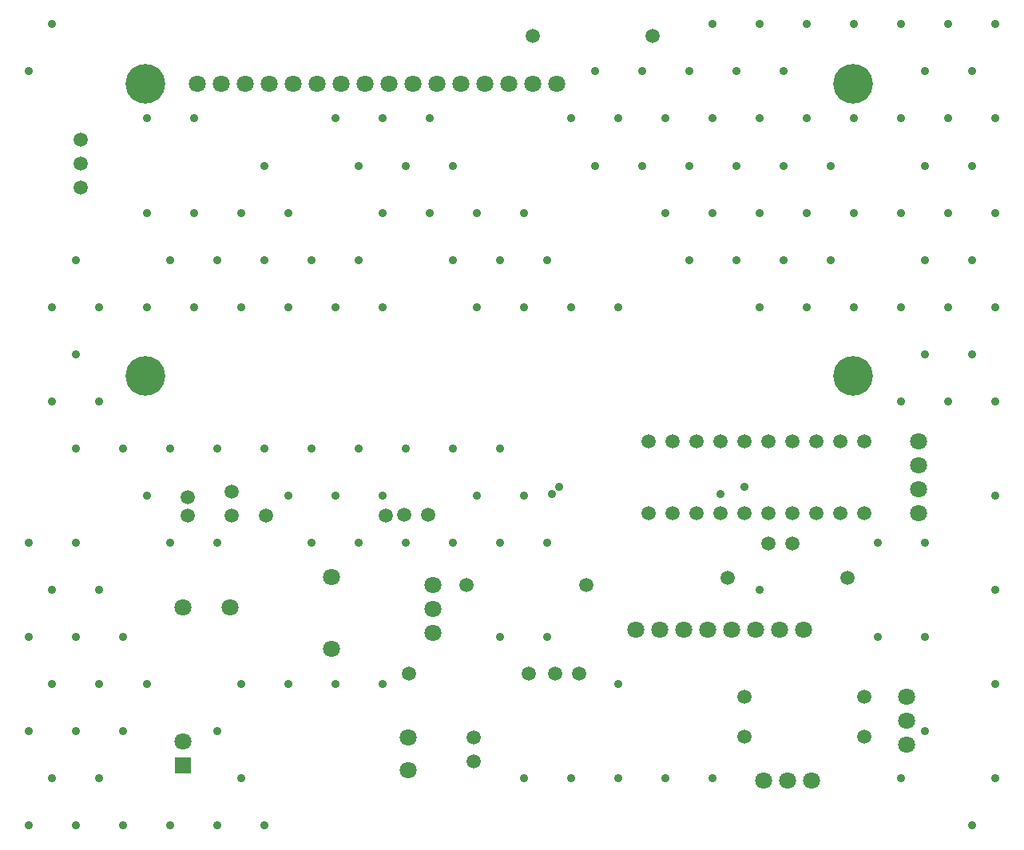
<source format=gbs>
G04*
G04 #@! TF.GenerationSoftware,Altium Limited,Altium Designer,21.9.2 (33)*
G04*
G04 Layer_Color=16711935*
%FSTAX24Y24*%
%MOIN*%
G70*
G04*
G04 #@! TF.SameCoordinates,FB3CEF1A-BC9A-443B-9A05-8590AB0A4EFD*
G04*
G04*
G04 #@! TF.FilePolarity,Negative*
G04*
G01*
G75*
%ADD17C,0.0710*%
%ADD18C,0.0592*%
%ADD19C,0.0709*%
%ADD20R,0.0709X0.0709*%
%ADD21C,0.0591*%
%ADD22C,0.1655*%
%ADD23C,0.0356*%
D17*
X03355Y014122D02*
D03*
Y0155D02*
D03*
X026119Y020936D02*
D03*
X02415D02*
D03*
X05435Y0172D02*
D03*
X0346Y02185D02*
D03*
D18*
X02435Y02475D02*
D03*
Y025537D02*
D03*
X0397Y01815D02*
D03*
X0407D02*
D03*
X0344Y0248D02*
D03*
X0334D02*
D03*
X0436Y02485D02*
D03*
X0446D02*
D03*
X0456D02*
D03*
X0466D02*
D03*
X0476D02*
D03*
X0486D02*
D03*
X0496D02*
D03*
X0506D02*
D03*
X0516D02*
D03*
X0526D02*
D03*
X0436Y02785D02*
D03*
X0446D02*
D03*
X0456D02*
D03*
X0466D02*
D03*
X0476D02*
D03*
X0486D02*
D03*
X0496D02*
D03*
X0506D02*
D03*
X0516D02*
D03*
X0526D02*
D03*
X036298Y015503D02*
D03*
Y014503D02*
D03*
X0262Y02575D02*
D03*
Y02475D02*
D03*
X0486Y0236D02*
D03*
X0496D02*
D03*
D19*
X0484Y0137D02*
D03*
X0504D02*
D03*
X0494D02*
D03*
X04305Y02D02*
D03*
X04405D02*
D03*
X04505D02*
D03*
X04605D02*
D03*
X04705D02*
D03*
X04805D02*
D03*
X04905D02*
D03*
X05005D02*
D03*
X054841Y027865D02*
D03*
Y026865D02*
D03*
Y025865D02*
D03*
Y024865D02*
D03*
X02415Y01531D02*
D03*
X03035Y0222D02*
D03*
Y0192D02*
D03*
X05435Y0162D02*
D03*
Y0152D02*
D03*
X03375Y0428D02*
D03*
X03275D02*
D03*
X03175D02*
D03*
X03075D02*
D03*
X02975D02*
D03*
X02875D02*
D03*
X02775D02*
D03*
X02675D02*
D03*
X02575D02*
D03*
X02475D02*
D03*
X03475D02*
D03*
X03575D02*
D03*
X03675D02*
D03*
X03775D02*
D03*
X03875D02*
D03*
X03975D02*
D03*
X0346Y01985D02*
D03*
Y02085D02*
D03*
D20*
X02415Y01431D02*
D03*
D21*
X032637Y024755D02*
D03*
X027637D02*
D03*
X0199Y03845D02*
D03*
Y03945D02*
D03*
Y04045D02*
D03*
X0336Y01815D02*
D03*
X0386D02*
D03*
X035983Y021842D02*
D03*
X040983D02*
D03*
X0526Y0172D02*
D03*
X0476D02*
D03*
X047597Y015504D02*
D03*
X052597D02*
D03*
X0519Y02215D02*
D03*
X0469D02*
D03*
X04375Y0448D02*
D03*
X03875D02*
D03*
D22*
X022585Y030595D02*
D03*
X052112D02*
D03*
X022585Y0428D02*
D03*
X052112D02*
D03*
D23*
X022638Y041339D02*
D03*
X058071Y045276D02*
D03*
X057087Y043307D02*
D03*
X058071Y041339D02*
D03*
X057087Y03937D02*
D03*
X058071Y037402D02*
D03*
X057087Y035433D02*
D03*
X058071Y033465D02*
D03*
X057087Y031496D02*
D03*
X058071Y029528D02*
D03*
Y025591D02*
D03*
Y021654D02*
D03*
Y017717D02*
D03*
Y01378D02*
D03*
X057087Y011811D02*
D03*
X056102Y045276D02*
D03*
X055118Y043307D02*
D03*
X056102Y041339D02*
D03*
X055118Y03937D02*
D03*
X056102Y037402D02*
D03*
X055118Y035433D02*
D03*
X056102Y033465D02*
D03*
X055118Y031496D02*
D03*
X056102Y029528D02*
D03*
X055118Y023622D02*
D03*
Y019685D02*
D03*
Y015748D02*
D03*
X054134Y045276D02*
D03*
Y041339D02*
D03*
Y037402D02*
D03*
Y033465D02*
D03*
Y029528D02*
D03*
X05315Y023622D02*
D03*
Y019685D02*
D03*
X054134Y01378D02*
D03*
X052165Y045276D02*
D03*
Y041339D02*
D03*
X051181Y03937D02*
D03*
X052165Y037402D02*
D03*
X051181Y035433D02*
D03*
X052165Y033465D02*
D03*
X050197Y045276D02*
D03*
X049213Y043307D02*
D03*
X050197Y041339D02*
D03*
X049213Y03937D02*
D03*
X050197Y037402D02*
D03*
X049213Y035433D02*
D03*
X050197Y033465D02*
D03*
X048228Y045276D02*
D03*
X047244Y043307D02*
D03*
X048228Y041339D02*
D03*
X047244Y03937D02*
D03*
X048228Y037402D02*
D03*
X047244Y035433D02*
D03*
X048228Y033465D02*
D03*
Y021654D02*
D03*
X04626Y045276D02*
D03*
X045276Y043307D02*
D03*
X04626Y041339D02*
D03*
X045276Y03937D02*
D03*
X04626Y037402D02*
D03*
X045276Y035433D02*
D03*
X04626Y01378D02*
D03*
X043307Y043307D02*
D03*
X044291Y041339D02*
D03*
X043307Y03937D02*
D03*
X044291Y037402D02*
D03*
Y01378D02*
D03*
X041339Y043307D02*
D03*
X042323Y041339D02*
D03*
X041339Y03937D02*
D03*
X042323Y033465D02*
D03*
Y017717D02*
D03*
Y01378D02*
D03*
X040354Y041339D02*
D03*
X03937Y035433D02*
D03*
X040354Y033465D02*
D03*
X03937Y023622D02*
D03*
Y019685D02*
D03*
X040354Y01378D02*
D03*
X038386Y037402D02*
D03*
X037402Y035433D02*
D03*
X038386Y033465D02*
D03*
X037402Y027559D02*
D03*
X038386Y025591D02*
D03*
X037402Y023622D02*
D03*
Y019685D02*
D03*
X038386Y01378D02*
D03*
X035433Y03937D02*
D03*
X036417Y037402D02*
D03*
X035433Y035433D02*
D03*
X036417Y033465D02*
D03*
X035433Y027559D02*
D03*
X036417Y025591D02*
D03*
X035433Y023622D02*
D03*
X034449Y041339D02*
D03*
X033465Y03937D02*
D03*
X034449Y037402D02*
D03*
X033465Y027559D02*
D03*
Y023622D02*
D03*
X03248Y041339D02*
D03*
X031496Y03937D02*
D03*
X03248Y037402D02*
D03*
X031496Y035433D02*
D03*
X03248Y033465D02*
D03*
X031496Y027559D02*
D03*
X03248Y025591D02*
D03*
X031496Y023622D02*
D03*
X03248Y017717D02*
D03*
X030512Y041339D02*
D03*
X029528Y035433D02*
D03*
X030512Y033465D02*
D03*
X029528Y027559D02*
D03*
X030512Y025591D02*
D03*
X029528Y023622D02*
D03*
X030512Y017717D02*
D03*
X027559Y03937D02*
D03*
X028543Y037402D02*
D03*
X027559Y035433D02*
D03*
X028543Y033465D02*
D03*
X027559Y027559D02*
D03*
X028543Y025591D02*
D03*
Y017717D02*
D03*
X027559Y011811D02*
D03*
X026575Y037402D02*
D03*
X025591Y035433D02*
D03*
X026575Y033465D02*
D03*
X025591Y027559D02*
D03*
Y023622D02*
D03*
X026575Y017717D02*
D03*
X025591Y015748D02*
D03*
X026575Y01378D02*
D03*
X025591Y011811D02*
D03*
X024606Y041339D02*
D03*
Y037402D02*
D03*
X023622Y035433D02*
D03*
X024606Y033465D02*
D03*
X023622Y027559D02*
D03*
Y023622D02*
D03*
Y011811D02*
D03*
X022638Y037402D02*
D03*
Y033465D02*
D03*
X021654Y027559D02*
D03*
X022638Y025591D02*
D03*
X021654Y019685D02*
D03*
X022638Y017717D02*
D03*
X021654Y015748D02*
D03*
Y011811D02*
D03*
X019685Y035433D02*
D03*
X020669Y033465D02*
D03*
X019685Y031496D02*
D03*
X020669Y029528D02*
D03*
X019685Y027559D02*
D03*
Y023622D02*
D03*
X020669Y021654D02*
D03*
X019685Y019685D02*
D03*
X020669Y017717D02*
D03*
X019685Y015748D02*
D03*
X020669Y01378D02*
D03*
X019685Y011811D02*
D03*
X018701Y045276D02*
D03*
X017717Y043307D02*
D03*
X018701Y033465D02*
D03*
Y029528D02*
D03*
X017717Y023622D02*
D03*
X018701Y021654D02*
D03*
X017717Y019685D02*
D03*
X018701Y017717D02*
D03*
X017717Y015748D02*
D03*
X018701Y01378D02*
D03*
X017717Y011811D02*
D03*
X03985Y02595D02*
D03*
X0466Y025644D02*
D03*
X039546D02*
D03*
X0476Y02595D02*
D03*
M02*

</source>
